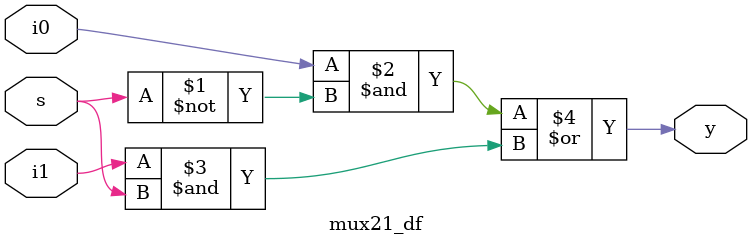
<source format=v>
module mux21_df(
    input i0,i1,s,
    output y
);

assign y =(i0&(~s))|(i1&s);



endmodule
</source>
